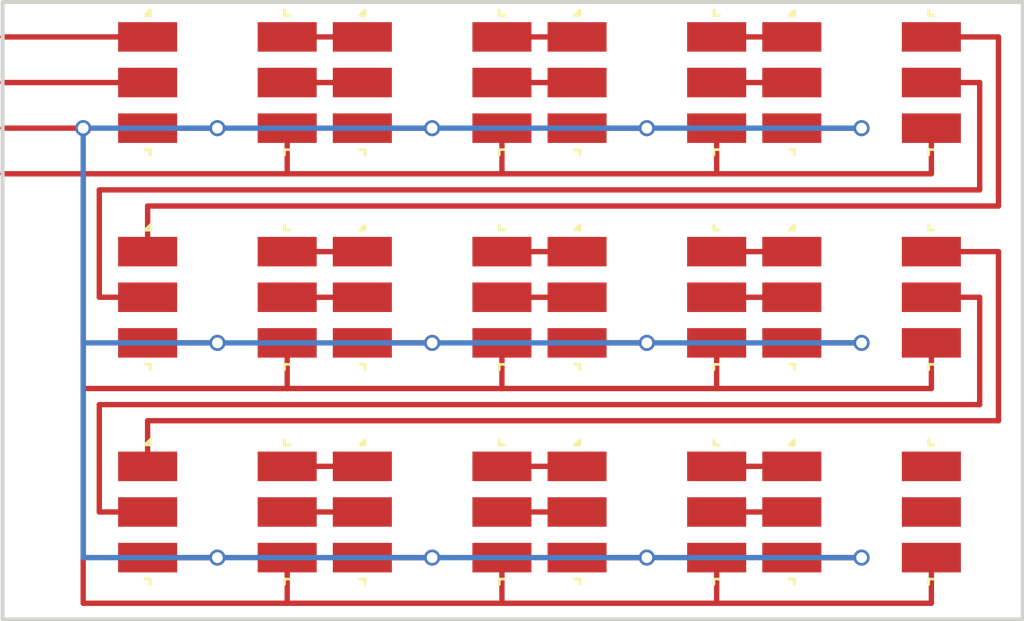
<source format=kicad_pcb>
(kicad_pcb (version 4) (host pcbnew 4.0.7-e2-6376~61~ubuntu18.04.1)

  (general
    (links 44)
    (no_connects 0)
    (area 91.699999 97.049999 129.400002 119.700002)
    (thickness 1.6)
    (drawings 4)
    (tracks 105)
    (zones 0)
    (modules 12)
    (nets 29)
  )

  (page A4)
  (layers
    (0 F.Cu signal)
    (31 B.Cu signal)
    (32 B.Adhes user)
    (33 F.Adhes user)
    (34 B.Paste user)
    (35 F.Paste user)
    (36 B.SilkS user)
    (37 F.SilkS user)
    (38 B.Mask user)
    (39 F.Mask user)
    (40 Dwgs.User user)
    (41 Cmts.User user)
    (42 Eco1.User user)
    (43 Eco2.User user)
    (44 Edge.Cuts user)
    (45 Margin user)
    (46 B.CrtYd user)
    (47 F.CrtYd user)
    (48 B.Fab user)
    (49 F.Fab user)
  )

  (setup
    (last_trace_width 0.2)
    (trace_clearance 0.2)
    (zone_clearance 0.508)
    (zone_45_only no)
    (trace_min 0.2)
    (segment_width 0.2)
    (edge_width 0.15)
    (via_size 0.6)
    (via_drill 0.4)
    (via_min_size 0.4)
    (via_min_drill 0.3)
    (uvia_size 0.3)
    (uvia_drill 0.1)
    (uvias_allowed no)
    (uvia_min_size 0.2)
    (uvia_min_drill 0.1)
    (pcb_text_width 0.3)
    (pcb_text_size 1.5 1.5)
    (mod_edge_width 0.15)
    (mod_text_size 1 1)
    (mod_text_width 0.15)
    (pad_size 1.524 1.524)
    (pad_drill 0.762)
    (pad_to_mask_clearance 0.2)
    (aux_axis_origin 0 0)
    (visible_elements FFFFFF7F)
    (pcbplotparams
      (layerselection 0x00030_80000001)
      (usegerberextensions false)
      (excludeedgelayer true)
      (linewidth 0.150000)
      (plotframeref false)
      (viasonmask false)
      (mode 1)
      (useauxorigin false)
      (hpglpennumber 1)
      (hpglpenspeed 20)
      (hpglpendiameter 15)
      (hpglpenoverlay 2)
      (psnegative false)
      (psa4output false)
      (plotreference true)
      (plotvalue true)
      (plotinvisibletext false)
      (padsonsilk false)
      (subtractmaskfromsilk false)
      (outputformat 1)
      (mirror false)
      (drillshape 1)
      (scaleselection 1)
      (outputdirectory ""))
  )

  (net 0 "")
  (net 1 gnd)
  (net 2 five)
  (net 3 din)
  (net 4 cin)
  (net 5 dodi00)
  (net 6 dodi01)
  (net 7 dodi02)
  (net 8 dodi03)
  (net 9 dodi10)
  (net 10 dodi11)
  (net 11 dodi12)
  (net 12 dodi13)
  (net 13 dodi20)
  (net 14 dodi21)
  (net 15 dodi22)
  (net 16 dodi23)
  (net 17 coci00)
  (net 18 coci01)
  (net 19 coci02)
  (net 20 coci03)
  (net 21 coci10)
  (net 22 coci11)
  (net 23 coci12)
  (net 24 coci13)
  (net 25 coci20)
  (net 26 coci21)
  (net 27 coci22)
  (net 28 coci23)

  (net_class Default "This is the default net class."
    (clearance 0.2)
    (trace_width 0.2)
    (via_dia 0.6)
    (via_drill 0.4)
    (uvia_dia 0.3)
    (uvia_drill 0.1)
    (add_net cin)
    (add_net coci00)
    (add_net coci01)
    (add_net coci02)
    (add_net coci03)
    (add_net coci10)
    (add_net coci11)
    (add_net coci12)
    (add_net coci13)
    (add_net coci20)
    (add_net coci21)
    (add_net coci22)
    (add_net coci23)
    (add_net din)
    (add_net dodi00)
    (add_net dodi01)
    (add_net dodi02)
    (add_net dodi03)
    (add_net dodi10)
    (add_net dodi11)
    (add_net dodi12)
    (add_net dodi13)
    (add_net dodi20)
    (add_net dodi21)
    (add_net dodi22)
    (add_net dodi23)
    (add_net five)
    (add_net gnd)
  )

  (module 00_my_modules:X (layer F.Cu) (tedit 5415CC62) (tstamp 5EA86CD9)
    (at 100 100)
    (fp_text reference "" (at 0 0) (layer F.SilkS)
      (effects (font (thickness 0.15)))
    )
    (fp_text value "" (at 0 0) (layer F.SilkS)
      (effects (font (thickness 0.15)))
    )
    (fp_circle (center 0 0) (end 0 2) (layer F.CrtYd) (width 0.01))
    (fp_line (start 2.5 2.5) (end -2.5 2.5) (layer F.CrtYd) (width 0.01))
    (fp_line (start 2.5 -2.5) (end -2.5 -2.5) (layer F.CrtYd) (width 0.01))
    (fp_line (start 2.5 2.5) (end 2.5 -2.5) (layer F.CrtYd) (width 0.01))
    (fp_line (start -2.5 2.5) (end -2.5 -2.5) (layer F.CrtYd) (width 0.01))
    (fp_line (start -1.5 -2.5) (end -2.5 -1.5) (layer F.CrtYd) (width 0.01))
    (fp_line (start -2.5 2.5) (end -2.7 2.5) (layer F.SilkS) (width 0.1))
    (fp_line (start 2.5 2.5) (end 2.7 2.5) (layer F.SilkS) (width 0.1))
    (fp_line (start -2.5 -2.5) (end -2.7 -2.5) (layer F.SilkS) (width 0.1))
    (fp_line (start 2.5 -2.5) (end 2.7 -2.5) (layer F.SilkS) (width 0.1))
    (fp_line (start -2.5 2.5) (end -2.5 2.7) (layer F.SilkS) (width 0.1))
    (fp_line (start 2.5 2.5) (end 2.5 2.7) (layer F.SilkS) (width 0.1))
    (fp_line (start -2.5 -2.5) (end -2.5 -2.7) (layer F.SilkS) (width 0.1))
    (fp_line (start 2.5 -2.5) (end 2.5 -2.7) (layer F.SilkS) (width 0.1))
    (fp_line (start -2.7 -2.5) (end -2.5 -2.7) (layer F.SilkS) (width 0.1))
    (pad XX smd rect (at -2.6 -1.7) (size 2.2 1.1) (layers B.Mask))
    (pad DI smd rect (at -2.6 -1.7) (size 2.2 1.1) (layers F.Cu F.Paste F.Mask)
      (net 3 din))
    (pad CI smd rect (at -2.6 0) (size 2.2 1.1) (layers F.Cu F.Paste F.Mask)
      (net 4 cin))
    (pad GND smd rect (at -2.6 1.7) (size 2.2 1.1) (layers F.Cu F.Paste F.Mask)
      (net 1 gnd))
    (pad 5V smd rect (at 2.6 1.7) (size 2.2 1.1) (layers F.Cu F.Paste F.Mask)
      (net 2 five))
    (pad CO smd rect (at 2.6 0) (size 2.2 1.1) (layers F.Cu F.Paste F.Mask)
      (net 17 coci00))
    (pad DO smd rect (at 2.6 -1.7) (size 2.2 1.1) (layers F.Cu F.Paste F.Mask)
      (net 5 dodi00))
  )

  (module 00_my_modules:X (layer F.Cu) (tedit 5415CC62) (tstamp 5EA86CD9)
    (at 108 100)
    (fp_text reference "" (at 0 0) (layer F.SilkS)
      (effects (font (thickness 0.15)))
    )
    (fp_text value "" (at 0 0) (layer F.SilkS)
      (effects (font (thickness 0.15)))
    )
    (fp_circle (center 0 0) (end 0 2) (layer F.CrtYd) (width 0.01))
    (fp_line (start 2.5 2.5) (end -2.5 2.5) (layer F.CrtYd) (width 0.01))
    (fp_line (start 2.5 -2.5) (end -2.5 -2.5) (layer F.CrtYd) (width 0.01))
    (fp_line (start 2.5 2.5) (end 2.5 -2.5) (layer F.CrtYd) (width 0.01))
    (fp_line (start -2.5 2.5) (end -2.5 -2.5) (layer F.CrtYd) (width 0.01))
    (fp_line (start -1.5 -2.5) (end -2.5 -1.5) (layer F.CrtYd) (width 0.01))
    (fp_line (start -2.5 2.5) (end -2.7 2.5) (layer F.SilkS) (width 0.1))
    (fp_line (start 2.5 2.5) (end 2.7 2.5) (layer F.SilkS) (width 0.1))
    (fp_line (start -2.5 -2.5) (end -2.7 -2.5) (layer F.SilkS) (width 0.1))
    (fp_line (start 2.5 -2.5) (end 2.7 -2.5) (layer F.SilkS) (width 0.1))
    (fp_line (start -2.5 2.5) (end -2.5 2.7) (layer F.SilkS) (width 0.1))
    (fp_line (start 2.5 2.5) (end 2.5 2.7) (layer F.SilkS) (width 0.1))
    (fp_line (start -2.5 -2.5) (end -2.5 -2.7) (layer F.SilkS) (width 0.1))
    (fp_line (start 2.5 -2.5) (end 2.5 -2.7) (layer F.SilkS) (width 0.1))
    (fp_line (start -2.7 -2.5) (end -2.5 -2.7) (layer F.SilkS) (width 0.1))
    (pad DI smd rect (at -2.6 -1.7) (size 2.2 1.1) (layers F.Cu F.Paste F.Mask)
      (net 5 dodi00))
    (pad CI smd rect (at -2.6 0) (size 2.2 1.1) (layers F.Cu F.Paste F.Mask)
      (net 17 coci00))
    (pad GND smd rect (at -2.6 1.7) (size 2.2 1.1) (layers F.Cu F.Paste F.Mask)
      (net 1 gnd))
    (pad 5V smd rect (at 2.6 1.7) (size 2.2 1.1) (layers F.Cu F.Paste F.Mask)
      (net 2 five))
    (pad CO smd rect (at 2.6 0) (size 2.2 1.1) (layers F.Cu F.Paste F.Mask)
      (net 18 coci01))
    (pad DO smd rect (at 2.6 -1.7) (size 2.2 1.1) (layers F.Cu F.Paste F.Mask)
      (net 6 dodi01))
  )

  (module 00_my_modules:X (layer F.Cu) (tedit 5415CC62) (tstamp 5EA86CD9)
    (at 116 100)
    (fp_text reference "" (at 0 0) (layer F.SilkS)
      (effects (font (thickness 0.15)))
    )
    (fp_text value "" (at 0 0) (layer F.SilkS)
      (effects (font (thickness 0.15)))
    )
    (fp_circle (center 0 0) (end 0 2) (layer F.CrtYd) (width 0.01))
    (fp_line (start 2.5 2.5) (end -2.5 2.5) (layer F.CrtYd) (width 0.01))
    (fp_line (start 2.5 -2.5) (end -2.5 -2.5) (layer F.CrtYd) (width 0.01))
    (fp_line (start 2.5 2.5) (end 2.5 -2.5) (layer F.CrtYd) (width 0.01))
    (fp_line (start -2.5 2.5) (end -2.5 -2.5) (layer F.CrtYd) (width 0.01))
    (fp_line (start -1.5 -2.5) (end -2.5 -1.5) (layer F.CrtYd) (width 0.01))
    (fp_line (start -2.5 2.5) (end -2.7 2.5) (layer F.SilkS) (width 0.1))
    (fp_line (start 2.5 2.5) (end 2.7 2.5) (layer F.SilkS) (width 0.1))
    (fp_line (start -2.5 -2.5) (end -2.7 -2.5) (layer F.SilkS) (width 0.1))
    (fp_line (start 2.5 -2.5) (end 2.7 -2.5) (layer F.SilkS) (width 0.1))
    (fp_line (start -2.5 2.5) (end -2.5 2.7) (layer F.SilkS) (width 0.1))
    (fp_line (start 2.5 2.5) (end 2.5 2.7) (layer F.SilkS) (width 0.1))
    (fp_line (start -2.5 -2.5) (end -2.5 -2.7) (layer F.SilkS) (width 0.1))
    (fp_line (start 2.5 -2.5) (end 2.5 -2.7) (layer F.SilkS) (width 0.1))
    (fp_line (start -2.7 -2.5) (end -2.5 -2.7) (layer F.SilkS) (width 0.1))
    (pad DI smd rect (at -2.6 -1.7) (size 2.2 1.1) (layers F.Cu F.Paste F.Mask)
      (net 6 dodi01))
    (pad CI smd rect (at -2.6 0) (size 2.2 1.1) (layers F.Cu F.Paste F.Mask)
      (net 18 coci01))
    (pad GND smd rect (at -2.6 1.7) (size 2.2 1.1) (layers F.Cu F.Paste F.Mask)
      (net 1 gnd))
    (pad 5V smd rect (at 2.6 1.7) (size 2.2 1.1) (layers F.Cu F.Paste F.Mask)
      (net 2 five))
    (pad CO smd rect (at 2.6 0) (size 2.2 1.1) (layers F.Cu F.Paste F.Mask)
      (net 19 coci02))
    (pad DO smd rect (at 2.6 -1.7) (size 2.2 1.1) (layers F.Cu F.Paste F.Mask)
      (net 7 dodi02))
  )

  (module 00_my_modules:X (layer F.Cu) (tedit 5415CC62) (tstamp 5EA86CD9)
    (at 124 100)
    (fp_text reference "" (at 0 0) (layer F.SilkS)
      (effects (font (thickness 0.15)))
    )
    (fp_text value "" (at 0 0) (layer F.SilkS)
      (effects (font (thickness 0.15)))
    )
    (fp_circle (center 0 0) (end 0 2) (layer F.CrtYd) (width 0.01))
    (fp_line (start 2.5 2.5) (end -2.5 2.5) (layer F.CrtYd) (width 0.01))
    (fp_line (start 2.5 -2.5) (end -2.5 -2.5) (layer F.CrtYd) (width 0.01))
    (fp_line (start 2.5 2.5) (end 2.5 -2.5) (layer F.CrtYd) (width 0.01))
    (fp_line (start -2.5 2.5) (end -2.5 -2.5) (layer F.CrtYd) (width 0.01))
    (fp_line (start -1.5 -2.5) (end -2.5 -1.5) (layer F.CrtYd) (width 0.01))
    (fp_line (start -2.5 2.5) (end -2.7 2.5) (layer F.SilkS) (width 0.1))
    (fp_line (start 2.5 2.5) (end 2.7 2.5) (layer F.SilkS) (width 0.1))
    (fp_line (start -2.5 -2.5) (end -2.7 -2.5) (layer F.SilkS) (width 0.1))
    (fp_line (start 2.5 -2.5) (end 2.7 -2.5) (layer F.SilkS) (width 0.1))
    (fp_line (start -2.5 2.5) (end -2.5 2.7) (layer F.SilkS) (width 0.1))
    (fp_line (start 2.5 2.5) (end 2.5 2.7) (layer F.SilkS) (width 0.1))
    (fp_line (start -2.5 -2.5) (end -2.5 -2.7) (layer F.SilkS) (width 0.1))
    (fp_line (start 2.5 -2.5) (end 2.5 -2.7) (layer F.SilkS) (width 0.1))
    (fp_line (start -2.7 -2.5) (end -2.5 -2.7) (layer F.SilkS) (width 0.1))
    (pad DI smd rect (at -2.6 -1.7) (size 2.2 1.1) (layers F.Cu F.Paste F.Mask)
      (net 7 dodi02))
    (pad CI smd rect (at -2.6 0) (size 2.2 1.1) (layers F.Cu F.Paste F.Mask)
      (net 19 coci02))
    (pad GND smd rect (at -2.6 1.7) (size 2.2 1.1) (layers F.Cu F.Paste F.Mask)
      (net 1 gnd))
    (pad 5V smd rect (at 2.6 1.7) (size 2.2 1.1) (layers F.Cu F.Paste F.Mask)
      (net 2 five))
    (pad CO smd rect (at 2.6 0) (size 2.2 1.1) (layers F.Cu F.Paste F.Mask)
      (net 20 coci03))
    (pad DO smd rect (at 2.6 -1.7) (size 2.2 1.1) (layers F.Cu F.Paste F.Mask)
      (net 8 dodi03))
  )

  (module 00_my_modules:X (layer F.Cu) (tedit 5415CC62) (tstamp 5EA86CD9)
    (at 100 108)
    (fp_text reference "" (at 0 0) (layer F.SilkS)
      (effects (font (thickness 0.15)))
    )
    (fp_text value "" (at 0 0) (layer F.SilkS)
      (effects (font (thickness 0.15)))
    )
    (fp_circle (center 0 0) (end 0 2) (layer F.CrtYd) (width 0.01))
    (fp_line (start 2.5 2.5) (end -2.5 2.5) (layer F.CrtYd) (width 0.01))
    (fp_line (start 2.5 -2.5) (end -2.5 -2.5) (layer F.CrtYd) (width 0.01))
    (fp_line (start 2.5 2.5) (end 2.5 -2.5) (layer F.CrtYd) (width 0.01))
    (fp_line (start -2.5 2.5) (end -2.5 -2.5) (layer F.CrtYd) (width 0.01))
    (fp_line (start -1.5 -2.5) (end -2.5 -1.5) (layer F.CrtYd) (width 0.01))
    (fp_line (start -2.5 2.5) (end -2.7 2.5) (layer F.SilkS) (width 0.1))
    (fp_line (start 2.5 2.5) (end 2.7 2.5) (layer F.SilkS) (width 0.1))
    (fp_line (start -2.5 -2.5) (end -2.7 -2.5) (layer F.SilkS) (width 0.1))
    (fp_line (start 2.5 -2.5) (end 2.7 -2.5) (layer F.SilkS) (width 0.1))
    (fp_line (start -2.5 2.5) (end -2.5 2.7) (layer F.SilkS) (width 0.1))
    (fp_line (start 2.5 2.5) (end 2.5 2.7) (layer F.SilkS) (width 0.1))
    (fp_line (start -2.5 -2.5) (end -2.5 -2.7) (layer F.SilkS) (width 0.1))
    (fp_line (start 2.5 -2.5) (end 2.5 -2.7) (layer F.SilkS) (width 0.1))
    (fp_line (start -2.7 -2.5) (end -2.5 -2.7) (layer F.SilkS) (width 0.1))
    (pad DI smd rect (at -2.6 -1.7) (size 2.2 1.1) (layers F.Cu F.Paste F.Mask)
      (net 8 dodi03))
    (pad CI smd rect (at -2.6 0) (size 2.2 1.1) (layers F.Cu F.Paste F.Mask)
      (net 20 coci03))
    (pad GND smd rect (at -2.6 1.7) (size 2.2 1.1) (layers F.Cu F.Paste F.Mask)
      (net 1 gnd))
    (pad 5V smd rect (at 2.6 1.7) (size 2.2 1.1) (layers F.Cu F.Paste F.Mask)
      (net 2 five))
    (pad CO smd rect (at 2.6 0) (size 2.2 1.1) (layers F.Cu F.Paste F.Mask)
      (net 21 coci10))
    (pad DO smd rect (at 2.6 -1.7) (size 2.2 1.1) (layers F.Cu F.Paste F.Mask)
      (net 9 dodi10))
  )

  (module 00_my_modules:X (layer F.Cu) (tedit 5415CC62) (tstamp 5EA86CD9)
    (at 108 108)
    (fp_text reference "" (at 0 0) (layer F.SilkS)
      (effects (font (thickness 0.15)))
    )
    (fp_text value "" (at 0 0) (layer F.SilkS)
      (effects (font (thickness 0.15)))
    )
    (fp_circle (center 0 0) (end 0 2) (layer F.CrtYd) (width 0.01))
    (fp_line (start 2.5 2.5) (end -2.5 2.5) (layer F.CrtYd) (width 0.01))
    (fp_line (start 2.5 -2.5) (end -2.5 -2.5) (layer F.CrtYd) (width 0.01))
    (fp_line (start 2.5 2.5) (end 2.5 -2.5) (layer F.CrtYd) (width 0.01))
    (fp_line (start -2.5 2.5) (end -2.5 -2.5) (layer F.CrtYd) (width 0.01))
    (fp_line (start -1.5 -2.5) (end -2.5 -1.5) (layer F.CrtYd) (width 0.01))
    (fp_line (start -2.5 2.5) (end -2.7 2.5) (layer F.SilkS) (width 0.1))
    (fp_line (start 2.5 2.5) (end 2.7 2.5) (layer F.SilkS) (width 0.1))
    (fp_line (start -2.5 -2.5) (end -2.7 -2.5) (layer F.SilkS) (width 0.1))
    (fp_line (start 2.5 -2.5) (end 2.7 -2.5) (layer F.SilkS) (width 0.1))
    (fp_line (start -2.5 2.5) (end -2.5 2.7) (layer F.SilkS) (width 0.1))
    (fp_line (start 2.5 2.5) (end 2.5 2.7) (layer F.SilkS) (width 0.1))
    (fp_line (start -2.5 -2.5) (end -2.5 -2.7) (layer F.SilkS) (width 0.1))
    (fp_line (start 2.5 -2.5) (end 2.5 -2.7) (layer F.SilkS) (width 0.1))
    (fp_line (start -2.7 -2.5) (end -2.5 -2.7) (layer F.SilkS) (width 0.1))
    (pad DI smd rect (at -2.6 -1.7) (size 2.2 1.1) (layers F.Cu F.Paste F.Mask)
      (net 9 dodi10))
    (pad CI smd rect (at -2.6 0) (size 2.2 1.1) (layers F.Cu F.Paste F.Mask)
      (net 21 coci10))
    (pad GND smd rect (at -2.6 1.7) (size 2.2 1.1) (layers F.Cu F.Paste F.Mask)
      (net 1 gnd))
    (pad 5V smd rect (at 2.6 1.7) (size 2.2 1.1) (layers F.Cu F.Paste F.Mask)
      (net 2 five))
    (pad CO smd rect (at 2.6 0) (size 2.2 1.1) (layers F.Cu F.Paste F.Mask)
      (net 22 coci11))
    (pad DO smd rect (at 2.6 -1.7) (size 2.2 1.1) (layers F.Cu F.Paste F.Mask)
      (net 10 dodi11))
  )

  (module 00_my_modules:X (layer F.Cu) (tedit 5415CC62) (tstamp 5EA86CD9)
    (at 116 108)
    (fp_text reference "" (at 0 0) (layer F.SilkS)
      (effects (font (thickness 0.15)))
    )
    (fp_text value "" (at 0 0) (layer F.SilkS)
      (effects (font (thickness 0.15)))
    )
    (fp_circle (center 0 0) (end 0 2) (layer F.CrtYd) (width 0.01))
    (fp_line (start 2.5 2.5) (end -2.5 2.5) (layer F.CrtYd) (width 0.01))
    (fp_line (start 2.5 -2.5) (end -2.5 -2.5) (layer F.CrtYd) (width 0.01))
    (fp_line (start 2.5 2.5) (end 2.5 -2.5) (layer F.CrtYd) (width 0.01))
    (fp_line (start -2.5 2.5) (end -2.5 -2.5) (layer F.CrtYd) (width 0.01))
    (fp_line (start -1.5 -2.5) (end -2.5 -1.5) (layer F.CrtYd) (width 0.01))
    (fp_line (start -2.5 2.5) (end -2.7 2.5) (layer F.SilkS) (width 0.1))
    (fp_line (start 2.5 2.5) (end 2.7 2.5) (layer F.SilkS) (width 0.1))
    (fp_line (start -2.5 -2.5) (end -2.7 -2.5) (layer F.SilkS) (width 0.1))
    (fp_line (start 2.5 -2.5) (end 2.7 -2.5) (layer F.SilkS) (width 0.1))
    (fp_line (start -2.5 2.5) (end -2.5 2.7) (layer F.SilkS) (width 0.1))
    (fp_line (start 2.5 2.5) (end 2.5 2.7) (layer F.SilkS) (width 0.1))
    (fp_line (start -2.5 -2.5) (end -2.5 -2.7) (layer F.SilkS) (width 0.1))
    (fp_line (start 2.5 -2.5) (end 2.5 -2.7) (layer F.SilkS) (width 0.1))
    (fp_line (start -2.7 -2.5) (end -2.5 -2.7) (layer F.SilkS) (width 0.1))
    (pad DI smd rect (at -2.6 -1.7) (size 2.2 1.1) (layers F.Cu F.Paste F.Mask)
      (net 10 dodi11))
    (pad CI smd rect (at -2.6 0) (size 2.2 1.1) (layers F.Cu F.Paste F.Mask)
      (net 22 coci11))
    (pad GND smd rect (at -2.6 1.7) (size 2.2 1.1) (layers F.Cu F.Paste F.Mask)
      (net 1 gnd))
    (pad 5V smd rect (at 2.6 1.7) (size 2.2 1.1) (layers F.Cu F.Paste F.Mask)
      (net 2 five))
    (pad CO smd rect (at 2.6 0) (size 2.2 1.1) (layers F.Cu F.Paste F.Mask)
      (net 23 coci12))
    (pad DO smd rect (at 2.6 -1.7) (size 2.2 1.1) (layers F.Cu F.Paste F.Mask)
      (net 11 dodi12))
  )

  (module 00_my_modules:X (layer F.Cu) (tedit 5415CC62) (tstamp 5EA86CD9)
    (at 124 108)
    (fp_text reference "" (at 0 0) (layer F.SilkS)
      (effects (font (thickness 0.15)))
    )
    (fp_text value "" (at 0 0) (layer F.SilkS)
      (effects (font (thickness 0.15)))
    )
    (fp_circle (center 0 0) (end 0 2) (layer F.CrtYd) (width 0.01))
    (fp_line (start 2.5 2.5) (end -2.5 2.5) (layer F.CrtYd) (width 0.01))
    (fp_line (start 2.5 -2.5) (end -2.5 -2.5) (layer F.CrtYd) (width 0.01))
    (fp_line (start 2.5 2.5) (end 2.5 -2.5) (layer F.CrtYd) (width 0.01))
    (fp_line (start -2.5 2.5) (end -2.5 -2.5) (layer F.CrtYd) (width 0.01))
    (fp_line (start -1.5 -2.5) (end -2.5 -1.5) (layer F.CrtYd) (width 0.01))
    (fp_line (start -2.5 2.5) (end -2.7 2.5) (layer F.SilkS) (width 0.1))
    (fp_line (start 2.5 2.5) (end 2.7 2.5) (layer F.SilkS) (width 0.1))
    (fp_line (start -2.5 -2.5) (end -2.7 -2.5) (layer F.SilkS) (width 0.1))
    (fp_line (start 2.5 -2.5) (end 2.7 -2.5) (layer F.SilkS) (width 0.1))
    (fp_line (start -2.5 2.5) (end -2.5 2.7) (layer F.SilkS) (width 0.1))
    (fp_line (start 2.5 2.5) (end 2.5 2.7) (layer F.SilkS) (width 0.1))
    (fp_line (start -2.5 -2.5) (end -2.5 -2.7) (layer F.SilkS) (width 0.1))
    (fp_line (start 2.5 -2.5) (end 2.5 -2.7) (layer F.SilkS) (width 0.1))
    (fp_line (start -2.7 -2.5) (end -2.5 -2.7) (layer F.SilkS) (width 0.1))
    (pad DI smd rect (at -2.6 -1.7) (size 2.2 1.1) (layers F.Cu F.Paste F.Mask)
      (net 11 dodi12))
    (pad CI smd rect (at -2.6 0) (size 2.2 1.1) (layers F.Cu F.Paste F.Mask)
      (net 23 coci12))
    (pad GND smd rect (at -2.6 1.7) (size 2.2 1.1) (layers F.Cu F.Paste F.Mask)
      (net 1 gnd))
    (pad 5V smd rect (at 2.6 1.7) (size 2.2 1.1) (layers F.Cu F.Paste F.Mask)
      (net 2 five))
    (pad CO smd rect (at 2.6 0) (size 2.2 1.1) (layers F.Cu F.Paste F.Mask)
      (net 24 coci13))
    (pad DO smd rect (at 2.6 -1.7) (size 2.2 1.1) (layers F.Cu F.Paste F.Mask)
      (net 12 dodi13))
  )

  (module 00_my_modules:X (layer F.Cu) (tedit 5415CC62) (tstamp 5EA86CD9)
    (at 100 116)
    (fp_text reference "" (at 0 0) (layer F.SilkS)
      (effects (font (thickness 0.15)))
    )
    (fp_text value "" (at 0 0) (layer F.SilkS)
      (effects (font (thickness 0.15)))
    )
    (fp_circle (center 0 0) (end 0 2) (layer F.CrtYd) (width 0.01))
    (fp_line (start 2.5 2.5) (end -2.5 2.5) (layer F.CrtYd) (width 0.01))
    (fp_line (start 2.5 -2.5) (end -2.5 -2.5) (layer F.CrtYd) (width 0.01))
    (fp_line (start 2.5 2.5) (end 2.5 -2.5) (layer F.CrtYd) (width 0.01))
    (fp_line (start -2.5 2.5) (end -2.5 -2.5) (layer F.CrtYd) (width 0.01))
    (fp_line (start -1.5 -2.5) (end -2.5 -1.5) (layer F.CrtYd) (width 0.01))
    (fp_line (start -2.5 2.5) (end -2.7 2.5) (layer F.SilkS) (width 0.1))
    (fp_line (start 2.5 2.5) (end 2.7 2.5) (layer F.SilkS) (width 0.1))
    (fp_line (start -2.5 -2.5) (end -2.7 -2.5) (layer F.SilkS) (width 0.1))
    (fp_line (start 2.5 -2.5) (end 2.7 -2.5) (layer F.SilkS) (width 0.1))
    (fp_line (start -2.5 2.5) (end -2.5 2.7) (layer F.SilkS) (width 0.1))
    (fp_line (start 2.5 2.5) (end 2.5 2.7) (layer F.SilkS) (width 0.1))
    (fp_line (start -2.5 -2.5) (end -2.5 -2.7) (layer F.SilkS) (width 0.1))
    (fp_line (start 2.5 -2.5) (end 2.5 -2.7) (layer F.SilkS) (width 0.1))
    (fp_line (start -2.7 -2.5) (end -2.5 -2.7) (layer F.SilkS) (width 0.1))
    (pad DI smd rect (at -2.6 -1.7) (size 2.2 1.1) (layers F.Cu F.Paste F.Mask)
      (net 12 dodi13))
    (pad CI smd rect (at -2.6 0) (size 2.2 1.1) (layers F.Cu F.Paste F.Mask)
      (net 24 coci13))
    (pad GND smd rect (at -2.6 1.7) (size 2.2 1.1) (layers F.Cu F.Paste F.Mask)
      (net 1 gnd))
    (pad 5V smd rect (at 2.6 1.7) (size 2.2 1.1) (layers F.Cu F.Paste F.Mask)
      (net 2 five))
    (pad CO smd rect (at 2.6 0) (size 2.2 1.1) (layers F.Cu F.Paste F.Mask)
      (net 25 coci20))
    (pad DO smd rect (at 2.6 -1.7) (size 2.2 1.1) (layers F.Cu F.Paste F.Mask)
      (net 13 dodi20))
  )

  (module 00_my_modules:X (layer F.Cu) (tedit 5415CC62) (tstamp 5EA86CD9)
    (at 108 116)
    (fp_text reference "" (at 0 0) (layer F.SilkS)
      (effects (font (thickness 0.15)))
    )
    (fp_text value "" (at 0 0) (layer F.SilkS)
      (effects (font (thickness 0.15)))
    )
    (fp_circle (center 0 0) (end 0 2) (layer F.CrtYd) (width 0.01))
    (fp_line (start 2.5 2.5) (end -2.5 2.5) (layer F.CrtYd) (width 0.01))
    (fp_line (start 2.5 -2.5) (end -2.5 -2.5) (layer F.CrtYd) (width 0.01))
    (fp_line (start 2.5 2.5) (end 2.5 -2.5) (layer F.CrtYd) (width 0.01))
    (fp_line (start -2.5 2.5) (end -2.5 -2.5) (layer F.CrtYd) (width 0.01))
    (fp_line (start -1.5 -2.5) (end -2.5 -1.5) (layer F.CrtYd) (width 0.01))
    (fp_line (start -2.5 2.5) (end -2.7 2.5) (layer F.SilkS) (width 0.1))
    (fp_line (start 2.5 2.5) (end 2.7 2.5) (layer F.SilkS) (width 0.1))
    (fp_line (start -2.5 -2.5) (end -2.7 -2.5) (layer F.SilkS) (width 0.1))
    (fp_line (start 2.5 -2.5) (end 2.7 -2.5) (layer F.SilkS) (width 0.1))
    (fp_line (start -2.5 2.5) (end -2.5 2.7) (layer F.SilkS) (width 0.1))
    (fp_line (start 2.5 2.5) (end 2.5 2.7) (layer F.SilkS) (width 0.1))
    (fp_line (start -2.5 -2.5) (end -2.5 -2.7) (layer F.SilkS) (width 0.1))
    (fp_line (start 2.5 -2.5) (end 2.5 -2.7) (layer F.SilkS) (width 0.1))
    (fp_line (start -2.7 -2.5) (end -2.5 -2.7) (layer F.SilkS) (width 0.1))
    (pad DI smd rect (at -2.6 -1.7) (size 2.2 1.1) (layers F.Cu F.Paste F.Mask)
      (net 13 dodi20))
    (pad CI smd rect (at -2.6 0) (size 2.2 1.1) (layers F.Cu F.Paste F.Mask)
      (net 25 coci20))
    (pad GND smd rect (at -2.6 1.7) (size 2.2 1.1) (layers F.Cu F.Paste F.Mask)
      (net 1 gnd))
    (pad 5V smd rect (at 2.6 1.7) (size 2.2 1.1) (layers F.Cu F.Paste F.Mask)
      (net 2 five))
    (pad CO smd rect (at 2.6 0) (size 2.2 1.1) (layers F.Cu F.Paste F.Mask)
      (net 26 coci21))
    (pad DO smd rect (at 2.6 -1.7) (size 2.2 1.1) (layers F.Cu F.Paste F.Mask)
      (net 14 dodi21))
  )

  (module 00_my_modules:X (layer F.Cu) (tedit 5415CC62) (tstamp 5EA86CD9)
    (at 116 116)
    (fp_text reference "" (at 0 0) (layer F.SilkS)
      (effects (font (thickness 0.15)))
    )
    (fp_text value "" (at 0 0) (layer F.SilkS)
      (effects (font (thickness 0.15)))
    )
    (fp_circle (center 0 0) (end 0 2) (layer F.CrtYd) (width 0.01))
    (fp_line (start 2.5 2.5) (end -2.5 2.5) (layer F.CrtYd) (width 0.01))
    (fp_line (start 2.5 -2.5) (end -2.5 -2.5) (layer F.CrtYd) (width 0.01))
    (fp_line (start 2.5 2.5) (end 2.5 -2.5) (layer F.CrtYd) (width 0.01))
    (fp_line (start -2.5 2.5) (end -2.5 -2.5) (layer F.CrtYd) (width 0.01))
    (fp_line (start -1.5 -2.5) (end -2.5 -1.5) (layer F.CrtYd) (width 0.01))
    (fp_line (start -2.5 2.5) (end -2.7 2.5) (layer F.SilkS) (width 0.1))
    (fp_line (start 2.5 2.5) (end 2.7 2.5) (layer F.SilkS) (width 0.1))
    (fp_line (start -2.5 -2.5) (end -2.7 -2.5) (layer F.SilkS) (width 0.1))
    (fp_line (start 2.5 -2.5) (end 2.7 -2.5) (layer F.SilkS) (width 0.1))
    (fp_line (start -2.5 2.5) (end -2.5 2.7) (layer F.SilkS) (width 0.1))
    (fp_line (start 2.5 2.5) (end 2.5 2.7) (layer F.SilkS) (width 0.1))
    (fp_line (start -2.5 -2.5) (end -2.5 -2.7) (layer F.SilkS) (width 0.1))
    (fp_line (start 2.5 -2.5) (end 2.5 -2.7) (layer F.SilkS) (width 0.1))
    (fp_line (start -2.7 -2.5) (end -2.5 -2.7) (layer F.SilkS) (width 0.1))
    (pad DI smd rect (at -2.6 -1.7) (size 2.2 1.1) (layers F.Cu F.Paste F.Mask)
      (net 14 dodi21))
    (pad CI smd rect (at -2.6 0) (size 2.2 1.1) (layers F.Cu F.Paste F.Mask)
      (net 26 coci21))
    (pad GND smd rect (at -2.6 1.7) (size 2.2 1.1) (layers F.Cu F.Paste F.Mask)
      (net 1 gnd))
    (pad 5V smd rect (at 2.6 1.7) (size 2.2 1.1) (layers F.Cu F.Paste F.Mask)
      (net 2 five))
    (pad CO smd rect (at 2.6 0) (size 2.2 1.1) (layers F.Cu F.Paste F.Mask)
      (net 27 coci22))
    (pad DO smd rect (at 2.6 -1.7) (size 2.2 1.1) (layers F.Cu F.Paste F.Mask)
      (net 15 dodi22))
  )

  (module 00_my_modules:X (layer F.Cu) (tedit 5415CC62) (tstamp 5EA86CD9)
    (at 124 116)
    (fp_text reference "" (at 0 0) (layer F.SilkS)
      (effects (font (thickness 0.15)))
    )
    (fp_text value "" (at 0 0) (layer F.SilkS)
      (effects (font (thickness 0.15)))
    )
    (fp_circle (center 0 0) (end 0 2) (layer F.CrtYd) (width 0.01))
    (fp_line (start 2.5 2.5) (end -2.5 2.5) (layer F.CrtYd) (width 0.01))
    (fp_line (start 2.5 -2.5) (end -2.5 -2.5) (layer F.CrtYd) (width 0.01))
    (fp_line (start 2.5 2.5) (end 2.5 -2.5) (layer F.CrtYd) (width 0.01))
    (fp_line (start -2.5 2.5) (end -2.5 -2.5) (layer F.CrtYd) (width 0.01))
    (fp_line (start -1.5 -2.5) (end -2.5 -1.5) (layer F.CrtYd) (width 0.01))
    (fp_line (start -2.5 2.5) (end -2.7 2.5) (layer F.SilkS) (width 0.1))
    (fp_line (start 2.5 2.5) (end 2.7 2.5) (layer F.SilkS) (width 0.1))
    (fp_line (start -2.5 -2.5) (end -2.7 -2.5) (layer F.SilkS) (width 0.1))
    (fp_line (start 2.5 -2.5) (end 2.7 -2.5) (layer F.SilkS) (width 0.1))
    (fp_line (start -2.5 2.5) (end -2.5 2.7) (layer F.SilkS) (width 0.1))
    (fp_line (start 2.5 2.5) (end 2.5 2.7) (layer F.SilkS) (width 0.1))
    (fp_line (start -2.5 -2.5) (end -2.5 -2.7) (layer F.SilkS) (width 0.1))
    (fp_line (start 2.5 -2.5) (end 2.5 -2.7) (layer F.SilkS) (width 0.1))
    (fp_line (start -2.7 -2.5) (end -2.5 -2.7) (layer F.SilkS) (width 0.1))
    (pad DI smd rect (at -2.6 -1.7) (size 2.2 1.1) (layers F.Cu F.Paste F.Mask)
      (net 15 dodi22))
    (pad CI smd rect (at -2.6 0) (size 2.2 1.1) (layers F.Cu F.Paste F.Mask)
      (net 27 coci22))
    (pad GND smd rect (at -2.6 1.7) (size 2.2 1.1) (layers F.Cu F.Paste F.Mask)
      (net 1 gnd))
    (pad 5V smd rect (at 2.6 1.7) (size 2.2 1.1) (layers F.Cu F.Paste F.Mask)
      (net 2 five))
    (pad CO smd rect (at 2.6 0) (size 2.2 1.1) (layers F.Cu F.Paste F.Mask)
      (net 28 coci23))
    (pad DO smd rect (at 2.6 -1.7) (size 2.2 1.1) (layers F.Cu F.Paste F.Mask)
      (net 16 dodi23))
  )

  (gr_line (start 92 97) (end 130 97) (angle 90) (layer Edge.Cuts) (width 0.15))
  (gr_line (start 92 120) (end 92 97) (angle 90) (layer Edge.Cuts) (width 0.15))
  (gr_line (start 130 120) (end 92 120) (angle 90) (layer Edge.Cuts) (width 0.15))
  (gr_line (start 130 97) (end 130 120) (angle 90) (layer Edge.Cuts) (width 0.15))

  (segment (start 97.4 101.7) (end 100 101.7) (width 0.2) (layer F.Cu) (net 1))
  (via (at 100 101.7) (size 0.6) (drill 0.4) (layers F.Cu B.Cu) (net 1))
  (segment (start 105.4 101.7) (end 108 101.7) (width 0.2) (layer F.Cu) (net 1))
  (via (at 108 101.7) (size 0.6) (drill 0.4) (layers F.Cu B.Cu) (net 1))
  (segment (start 113.4 101.7) (end 116 101.7) (width 0.2) (layer F.Cu) (net 1))
  (via (at 116 101.7) (size 0.6) (drill 0.4) (layers F.Cu B.Cu) (net 1))
  (segment (start 121.4 101.7) (end 124 101.7) (width 0.2) (layer F.Cu) (net 1))
  (via (at 124 101.7) (size 0.6) (drill 0.4) (layers F.Cu B.Cu) (net 1))
  (segment (start 124 101.7) (end 116 101.7) (width 0.2) (layer B.Cu) (net 1))
  (segment (start 108 101.7) (end 116 101.7) (width 0.2) (layer B.Cu) (net 1))
  (segment (start 108 101.7) (end 100 101.7) (width 0.2) (layer B.Cu) (net 1))
  (segment (start 95 101.7) (end 100 101.7) (width 0.2) (layer B.Cu) (net 1))
  (via (at 95 101.7) (size 0.6) (drill 0.4) (layers F.Cu B.Cu) (net 1))
  (segment (start 92 101.7) (end 95 101.7) (width 0.2) (layer F.Cu) (net 1))
  (segment (start 95 101.7) (end 95 109.7) (width 0.2) (layer B.Cu) (net 1))
  (segment (start 95 117.7) (end 95 109.7) (width 0.2) (layer B.Cu) (net 1))
  (segment (start 97.4 109.7) (end 100 109.7) (width 0.2) (layer F.Cu) (net 1))
  (via (at 100 109.7) (size 0.6) (drill 0.4) (layers F.Cu B.Cu) (net 1))
  (segment (start 105.4 109.7) (end 108 109.7) (width 0.2) (layer F.Cu) (net 1))
  (via (at 108 109.7) (size 0.6) (drill 0.4) (layers F.Cu B.Cu) (net 1))
  (segment (start 113.4 109.7) (end 116 109.7) (width 0.2) (layer F.Cu) (net 1))
  (via (at 116 109.7) (size 0.6) (drill 0.4) (layers F.Cu B.Cu) (net 1))
  (segment (start 121.4 109.7) (end 124 109.7) (width 0.2) (layer F.Cu) (net 1))
  (via (at 124 109.7) (size 0.6) (drill 0.4) (layers F.Cu B.Cu) (net 1))
  (segment (start 124 109.7) (end 116 109.7) (width 0.2) (layer B.Cu) (net 1))
  (segment (start 108 109.7) (end 116 109.7) (width 0.2) (layer B.Cu) (net 1))
  (segment (start 108 109.7) (end 100 109.7) (width 0.2) (layer B.Cu) (net 1))
  (segment (start 95 109.7) (end 100 109.7) (width 0.2) (layer B.Cu) (net 1))
  (segment (start 97.4 117.7) (end 100 117.7) (width 0.2) (layer F.Cu) (net 1))
  (via (at 100 117.7) (size 0.6) (drill 0.4) (layers F.Cu B.Cu) (net 1))
  (segment (start 105.4 117.7) (end 108 117.7) (width 0.2) (layer F.Cu) (net 1))
  (via (at 108 117.7) (size 0.6) (drill 0.4) (layers F.Cu B.Cu) (net 1))
  (segment (start 113.4 117.7) (end 116 117.7) (width 0.2) (layer F.Cu) (net 1))
  (via (at 116 117.7) (size 0.6) (drill 0.4) (layers F.Cu B.Cu) (net 1))
  (segment (start 121.4 117.7) (end 124 117.7) (width 0.2) (layer F.Cu) (net 1))
  (via (at 124 117.7) (size 0.6) (drill 0.4) (layers F.Cu B.Cu) (net 1))
  (segment (start 124 117.7) (end 116 117.7) (width 0.2) (layer B.Cu) (net 1))
  (segment (start 108 117.7) (end 116 117.7) (width 0.2) (layer B.Cu) (net 1))
  (segment (start 108 117.7) (end 100 117.7) (width 0.2) (layer B.Cu) (net 1))
  (segment (start 95 117.7) (end 100 117.7) (width 0.2) (layer B.Cu) (net 1))
  (segment (start 102.6 101.7) (end 102.6 103.4) (width 0.2) (layer F.Cu) (net 2))
  (segment (start 110.6 101.7) (end 110.6 103.4) (width 0.2) (layer F.Cu) (net 2))
  (segment (start 118.6 101.7) (end 118.6 103.4) (width 0.2) (layer F.Cu) (net 2))
  (segment (start 126.6 101.7) (end 126.6 103.4) (width 0.2) (layer F.Cu) (net 2))
  (segment (start 126.6 103.4) (end 118.6 103.4) (width 0.2) (layer F.Cu) (net 2))
  (segment (start 110.6 103.4) (end 118.6 103.4) (width 0.2) (layer F.Cu) (net 2))
  (segment (start 110.6 103.4) (end 102.6 103.4) (width 0.2) (layer F.Cu) (net 2))
  (segment (start 95 103.4) (end 102.6 103.4) (width 0.2) (layer F.Cu) (net 2))
  (segment (start 92 103.4) (end 95 103.4) (width 0.2) (layer F.Cu) (net 2))
  (segment (start 95 103.4) (end 95 111.4) (width 0.2) (layer F.Cu) (net 2))
  (segment (start 95 119.4) (end 95 111.4) (width 0.2) (layer F.Cu) (net 2))
  (segment (start 102.6 109.7) (end 102.6 111.4) (width 0.2) (layer F.Cu) (net 2))
  (segment (start 110.6 109.7) (end 110.6 111.4) (width 0.2) (layer F.Cu) (net 2))
  (segment (start 118.6 109.7) (end 118.6 111.4) (width 0.2) (layer F.Cu) (net 2))
  (segment (start 126.6 109.7) (end 126.6 111.4) (width 0.2) (layer F.Cu) (net 2))
  (segment (start 126.6 111.4) (end 118.6 111.4) (width 0.2) (layer F.Cu) (net 2))
  (segment (start 110.6 111.4) (end 118.6 111.4) (width 0.2) (layer F.Cu) (net 2))
  (segment (start 110.6 111.4) (end 102.6 111.4) (width 0.2) (layer F.Cu) (net 2))
  (segment (start 95 111.4) (end 102.6 111.4) (width 0.2) (layer F.Cu) (net 2))
  (segment (start 102.6 117.7) (end 102.6 119.4) (width 0.2) (layer F.Cu) (net 2))
  (segment (start 110.6 117.7) (end 110.6 119.4) (width 0.2) (layer F.Cu) (net 2))
  (segment (start 118.6 117.7) (end 118.6 119.4) (width 0.2) (layer F.Cu) (net 2))
  (segment (start 126.6 117.7) (end 126.6 119.4) (width 0.2) (layer F.Cu) (net 2))
  (segment (start 126.6 119.4) (end 118.6 119.4) (width 0.2) (layer F.Cu) (net 2))
  (segment (start 110.6 119.4) (end 118.6 119.4) (width 0.2) (layer F.Cu) (net 2))
  (segment (start 110.6 119.4) (end 102.6 119.4) (width 0.2) (layer F.Cu) (net 2))
  (segment (start 95 119.4) (end 102.6 119.4) (width 0.2) (layer F.Cu) (net 2))
  (segment (start 97.4 98.3) (end 92 98.3) (width 0.2) (layer F.Cu) (net 3))
  (segment (start 97.4 100) (end 92 100) (width 0.2) (layer F.Cu) (net 4))
  (segment (start 102.6 98.3) (end 105 98.3) (width 0.2) (layer F.Cu) (net 5))
  (segment (start 110.6 98.3) (end 113 98.3) (width 0.2) (layer F.Cu) (net 6))
  (segment (start 118.6 98.3) (end 121 98.3) (width 0.2) (layer F.Cu) (net 7))
  (segment (start 126.6 98.3) (end 129.1 98.3) (width 0.2) (layer F.Cu) (net 8))
  (segment (start 129.1 104.6) (end 129.1 98.3) (width 0.2) (layer F.Cu) (net 8))
  (segment (start 129.1 104.6) (end 97.4 104.6) (width 0.2) (layer F.Cu) (net 8))
  (segment (start 97.4 106.3) (end 97.4 104.6) (width 0.2) (layer F.Cu) (net 8))
  (segment (start 102.6 106.3) (end 105 106.3) (width 0.2) (layer F.Cu) (net 9))
  (segment (start 110.6 106.3) (end 113 106.3) (width 0.2) (layer F.Cu) (net 10))
  (segment (start 118.6 106.3) (end 121 106.3) (width 0.2) (layer F.Cu) (net 11))
  (segment (start 126.6 106.3) (end 129.1 106.3) (width 0.2) (layer F.Cu) (net 12))
  (segment (start 129.1 112.6) (end 129.1 106.3) (width 0.2) (layer F.Cu) (net 12))
  (segment (start 129.1 112.6) (end 97.4 112.6) (width 0.2) (layer F.Cu) (net 12))
  (segment (start 97.4 114.3) (end 97.4 112.6) (width 0.2) (layer F.Cu) (net 12))
  (segment (start 102.6 114.3) (end 105 114.3) (width 0.2) (layer F.Cu) (net 13))
  (segment (start 110.6 114.3) (end 113 114.3) (width 0.2) (layer F.Cu) (net 14))
  (segment (start 118.6 114.3) (end 121 114.3) (width 0.2) (layer F.Cu) (net 15))
  (segment (start 102.6 100) (end 105 100) (width 0.2) (layer F.Cu) (net 17))
  (segment (start 110.6 100) (end 113 100) (width 0.2) (layer F.Cu) (net 18))
  (segment (start 118.6 100) (end 121 100) (width 0.2) (layer F.Cu) (net 19))
  (segment (start 126.6 100) (end 128.4 100) (width 0.2) (layer F.Cu) (net 20))
  (segment (start 128.4 104) (end 128.4 100) (width 0.2) (layer F.Cu) (net 20))
  (segment (start 128.4 104) (end 95.6 104) (width 0.2) (layer F.Cu) (net 20))
  (segment (start 95.6 108) (end 95.6 104) (width 0.2) (layer F.Cu) (net 20))
  (segment (start 95.6 108) (end 97.4 108) (width 0.2) (layer F.Cu) (net 20))
  (segment (start 102.6 108) (end 105 108) (width 0.2) (layer F.Cu) (net 21))
  (segment (start 110.6 108) (end 113 108) (width 0.2) (layer F.Cu) (net 22))
  (segment (start 118.6 108) (end 121 108) (width 0.2) (layer F.Cu) (net 23))
  (segment (start 126.6 108) (end 128.4 108) (width 0.2) (layer F.Cu) (net 24))
  (segment (start 128.4 112) (end 128.4 108) (width 0.2) (layer F.Cu) (net 24))
  (segment (start 128.4 112) (end 95.6 112) (width 0.2) (layer F.Cu) (net 24))
  (segment (start 95.6 116) (end 95.6 112) (width 0.2) (layer F.Cu) (net 24))
  (segment (start 95.6 116) (end 97.4 116) (width 0.2) (layer F.Cu) (net 24))
  (segment (start 102.6 116) (end 105 116) (width 0.2) (layer F.Cu) (net 25))
  (segment (start 110.6 116) (end 113 116) (width 0.2) (layer F.Cu) (net 26))
  (segment (start 118.6 116) (end 121 116) (width 0.2) (layer F.Cu) (net 27))

)

</source>
